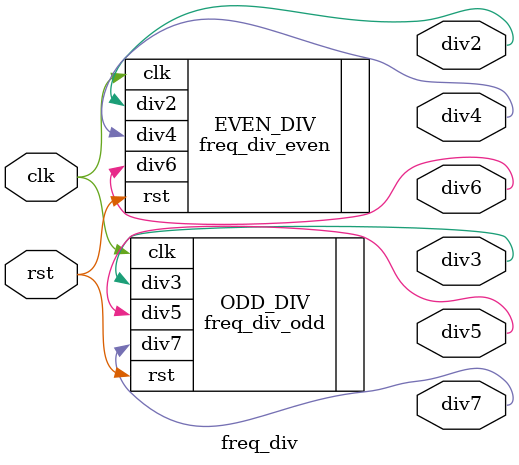
<source format=v>
`timescale 1ns/1ns
module freq_div #(parameter n = 4) (/*AUTOARG*/
   // Outputs
   div2, div4, div6, div3, div5, div7,
   // Inputs
   clk, rst
   );
   input clk;
   input rst;

   // even dividers
   output div2;
   output div4;
   output div6;
 
   // odd  dividers
   output div3;
   output div5;
   output div7;

   freq_div_odd #(/*AUTOINSTPARAM*/
		  // Parameters
		  .n			(n)) ODD_DIV (/*AUTOINST*/
						      // Outputs
						      .div3		(div3),
						      .div5		(div5),
						      .div7		(div7),
						      // Inputs
						      .clk		(clk),
						      .rst		(rst));

   freq_div_even #(/*AUTOINSTPARAM*/
		   // Parameters
		   .n			(n)) EVEN_DIV (/*AUTOINST*/
						       // Outputs
						       .div2		(div2),
						       .div4		(div4),
						       .div6		(div6),
						       // Inputs
						       .clk		(clk),
						       .rst		(rst));
   
   
endmodule
// Local Variables: 
// verilog-library-directories: ("~/Projects/FPGA_Projects/RTL/designs/freq_div" ".")
// End:

</source>
